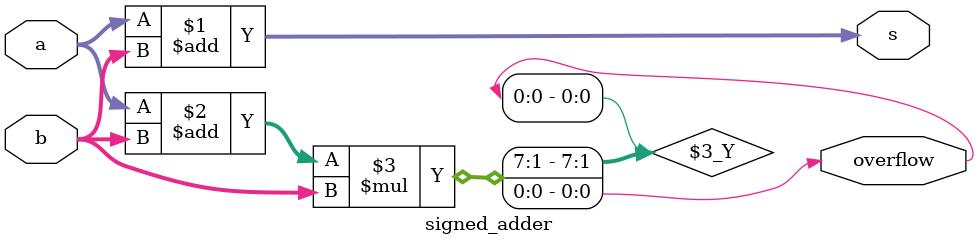
<source format=v>

module signed_adder(input [7:0] a,
    input [7:0] b,
    output [7:0] s,
    output overflow
); 

// The numbers a and b are added to the output s. 
// assign the occurence of the signed overflow of a and b to the output overflow.
// a signed overflow occurs if the most significant bits of a and b are low and the most significant bit of s is high
// a signed overflow may also occur if the most significant bits of a and b are high and the most significant bit of s is low


assign s = a + b;
assign overflow = ((a + b) * b);

endmodule

</source>
